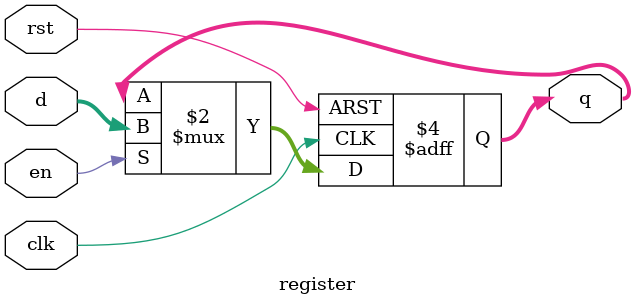
<source format=sv>
module register #(
    parameter WIDTH = 32 // Default width is 32 bits
) (
    input  logic              clk,  // Clock signal
    input  logic              rst,  // Reset signal (active high)
    input  logic              en,   // Enable signal
    input  logic [WIDTH-1:0]  d,    // Data input
    output logic [WIDTH-1:0]  q     // Data output
);

    always_ff @(posedge clk or posedge rst) begin
        if (rst) begin
            q <= {WIDTH{1'b0}}; // Reset the register to 0
        end else if (en) begin
            q <= d;             // Load the input data into the register
        end
    end

endmodule
</source>
